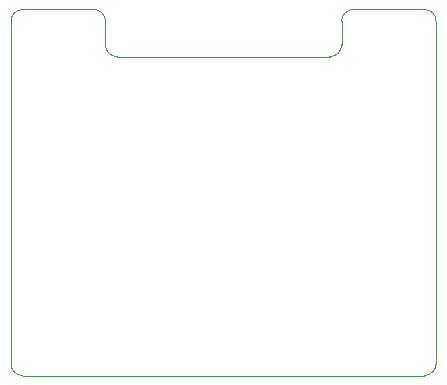
<source format=gbr>
%TF.GenerationSoftware,KiCad,Pcbnew,(6.0.10)*%
%TF.CreationDate,2024-02-10T14:34:54+01:00*%
%TF.ProjectId,TMC6300_HAL,544d4336-3330-4305-9f48-414c2e6b6963,rev?*%
%TF.SameCoordinates,Original*%
%TF.FileFunction,Profile,NP*%
%FSLAX46Y46*%
G04 Gerber Fmt 4.6, Leading zero omitted, Abs format (unit mm)*
G04 Created by KiCad (PCBNEW (6.0.10)) date 2024-02-10 14:34:54*
%MOMM*%
%LPD*%
G01*
G04 APERTURE LIST*
%TA.AperFunction,Profile*%
%ADD10C,0.050000*%
%TD*%
G04 APERTURE END LIST*
D10*
X214000000Y-53000000D02*
X208000000Y-53000000D01*
X215000000Y-56000000D02*
X215000000Y-54000000D01*
X234000000Y-57000000D02*
X216000000Y-57000000D01*
X236000000Y-53000000D02*
X237000000Y-53000000D01*
X235000000Y-56000000D02*
X235000000Y-54000000D01*
X234000000Y-57000000D02*
G75*
G03*
X235000000Y-56000000I0J1000000D01*
G01*
X215000000Y-56000000D02*
G75*
G03*
X216000000Y-57000000I1000000J0D01*
G01*
X215000000Y-54000000D02*
G75*
G03*
X214000000Y-53000000I-1000000J0D01*
G01*
X236000000Y-53000000D02*
G75*
G03*
X235000000Y-54000000I0J-1000000D01*
G01*
X242000000Y-84000000D02*
G75*
G03*
X243000000Y-83000000I0J1000000D01*
G01*
X207000000Y-83000000D02*
G75*
G03*
X208000000Y-84000000I1000000J0D01*
G01*
X243000000Y-54000000D02*
G75*
G03*
X242000000Y-53000000I-1000000J0D01*
G01*
X208000000Y-53000000D02*
G75*
G03*
X207000000Y-54000000I0J-1000000D01*
G01*
X242000000Y-53000000D02*
X237000000Y-53000000D01*
X243000000Y-83000000D02*
X243000000Y-54000000D01*
X207000000Y-54000000D02*
X207000000Y-83000000D01*
X208000000Y-84000000D02*
X242000000Y-84000000D01*
M02*

</source>
